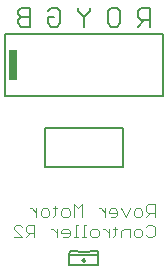
<source format=gbo>
G75*
%MOIN*%
%OFA0B0*%
%FSLAX24Y24*%
%IPPOS*%
%LPD*%
%AMOC8*
5,1,8,0,0,1.08239X$1,22.5*
%
%ADD10C,0.0050*%
%ADD11C,0.0080*%
%ADD12R,0.0250X0.1000*%
%ADD13C,0.0070*%
%ADD14C,0.0040*%
D10*
X003284Y000343D02*
X004249Y000343D01*
X004249Y000657D01*
X003284Y000657D01*
X003284Y000343D01*
X003284Y000657D02*
X003294Y000815D01*
X003530Y000815D01*
X003609Y000756D01*
X003924Y000756D01*
X004003Y000815D01*
X004239Y000815D01*
X004249Y000657D01*
X003845Y000500D02*
X003767Y000421D01*
X003688Y000500D01*
X003767Y000579D02*
X003767Y000421D01*
X001129Y005976D02*
X006404Y005976D01*
X006404Y008024D01*
X001129Y008024D01*
X001129Y005976D01*
D11*
X002477Y004900D02*
X002477Y003600D01*
X005057Y003600D01*
X005057Y004900D01*
X002477Y004900D01*
D12*
X001392Y007000D03*
D13*
X001666Y008285D02*
X001982Y008285D01*
X001982Y008916D01*
X001666Y008916D01*
X001561Y008810D01*
X001561Y008705D01*
X001666Y008600D01*
X001982Y008600D01*
X001666Y008600D02*
X001561Y008495D01*
X001561Y008390D01*
X001666Y008285D01*
X002561Y008390D02*
X002561Y008600D01*
X002771Y008600D01*
X002561Y008390D02*
X002666Y008285D01*
X002877Y008285D01*
X002982Y008390D01*
X002982Y008810D01*
X002877Y008916D01*
X002666Y008916D01*
X002561Y008810D01*
X003561Y008810D02*
X003561Y008916D01*
X003561Y008810D02*
X003771Y008600D01*
X003771Y008285D01*
X003771Y008600D02*
X003982Y008810D01*
X003982Y008916D01*
X004561Y008810D02*
X004561Y008390D01*
X004666Y008285D01*
X004877Y008285D01*
X004982Y008390D01*
X004982Y008810D01*
X004877Y008916D01*
X004666Y008916D01*
X004561Y008810D01*
X005561Y008810D02*
X005561Y008600D01*
X005666Y008495D01*
X005982Y008495D01*
X005982Y008285D02*
X005982Y008916D01*
X005666Y008916D01*
X005561Y008810D01*
X005771Y008495D02*
X005561Y008285D01*
D14*
X001702Y001270D02*
X001428Y001270D01*
X001428Y001544D02*
X001428Y001612D01*
X001497Y001680D01*
X001634Y001680D01*
X001702Y001612D01*
X001843Y001612D02*
X001843Y001475D01*
X001911Y001407D01*
X002116Y001407D01*
X002116Y001270D02*
X002116Y001680D01*
X001911Y001680D01*
X001843Y001612D01*
X001979Y001407D02*
X001843Y001270D01*
X001702Y001270D02*
X001428Y001544D01*
X001980Y002219D02*
X002049Y002219D01*
X002185Y002082D01*
X002185Y001945D02*
X002185Y002219D01*
X002326Y002150D02*
X002326Y002013D01*
X002394Y001945D01*
X002531Y001945D01*
X002600Y002013D01*
X002600Y002150D01*
X002531Y002219D01*
X002394Y002219D01*
X002326Y002150D01*
X002739Y002219D02*
X002876Y002219D01*
X002808Y002287D02*
X002808Y002013D01*
X002739Y001945D01*
X003017Y002013D02*
X003085Y001945D01*
X003222Y001945D01*
X003290Y002013D01*
X003290Y002150D01*
X003222Y002219D01*
X003085Y002219D01*
X003017Y002150D01*
X003017Y002013D01*
X003431Y001945D02*
X003431Y002355D01*
X003568Y002219D01*
X003705Y002355D01*
X003705Y001945D01*
X003774Y001680D02*
X003774Y001270D01*
X003706Y001270D02*
X003843Y001270D01*
X003984Y001338D02*
X003984Y001475D01*
X004052Y001544D01*
X004189Y001544D01*
X004257Y001475D01*
X004257Y001338D01*
X004189Y001270D01*
X004052Y001270D01*
X003984Y001338D01*
X003843Y001680D02*
X003774Y001680D01*
X003566Y001680D02*
X003498Y001680D01*
X003498Y001270D01*
X003566Y001270D02*
X003430Y001270D01*
X003290Y001338D02*
X003290Y001475D01*
X003222Y001544D01*
X003085Y001544D01*
X003017Y001475D01*
X003017Y001407D01*
X003290Y001407D01*
X003290Y001338D02*
X003222Y001270D01*
X003085Y001270D01*
X002876Y001270D02*
X002876Y001544D01*
X002876Y001407D02*
X002739Y001544D01*
X002671Y001544D01*
X004259Y002219D02*
X004327Y002219D01*
X004464Y002082D01*
X004464Y001945D02*
X004464Y002219D01*
X004605Y002150D02*
X004605Y002082D01*
X004879Y002082D01*
X004879Y002150D02*
X004879Y002013D01*
X004810Y001945D01*
X004673Y001945D01*
X004605Y002150D02*
X004673Y002219D01*
X004810Y002219D01*
X004879Y002150D01*
X005019Y002219D02*
X005156Y001945D01*
X005293Y002219D01*
X005434Y002150D02*
X005434Y002013D01*
X005502Y001945D01*
X005639Y001945D01*
X005707Y002013D01*
X005707Y002150D01*
X005639Y002219D01*
X005502Y002219D01*
X005434Y002150D01*
X005848Y002150D02*
X005916Y002082D01*
X006122Y002082D01*
X006122Y001945D02*
X006122Y002355D01*
X005916Y002355D01*
X005848Y002287D01*
X005848Y002150D01*
X005985Y002082D02*
X005848Y001945D01*
X005916Y001680D02*
X005848Y001612D01*
X005916Y001680D02*
X006053Y001680D01*
X006122Y001612D01*
X006122Y001338D01*
X006053Y001270D01*
X005916Y001270D01*
X005848Y001338D01*
X005707Y001338D02*
X005707Y001475D01*
X005639Y001544D01*
X005502Y001544D01*
X005434Y001475D01*
X005434Y001338D01*
X005502Y001270D01*
X005639Y001270D01*
X005707Y001338D01*
X005293Y001270D02*
X005293Y001544D01*
X005088Y001544D01*
X005019Y001475D01*
X005019Y001270D01*
X004810Y001338D02*
X004742Y001270D01*
X004810Y001338D02*
X004810Y001612D01*
X004879Y001544D02*
X004742Y001544D01*
X004602Y001544D02*
X004602Y001270D01*
X004602Y001407D02*
X004466Y001544D01*
X004397Y001544D01*
M02*

</source>
